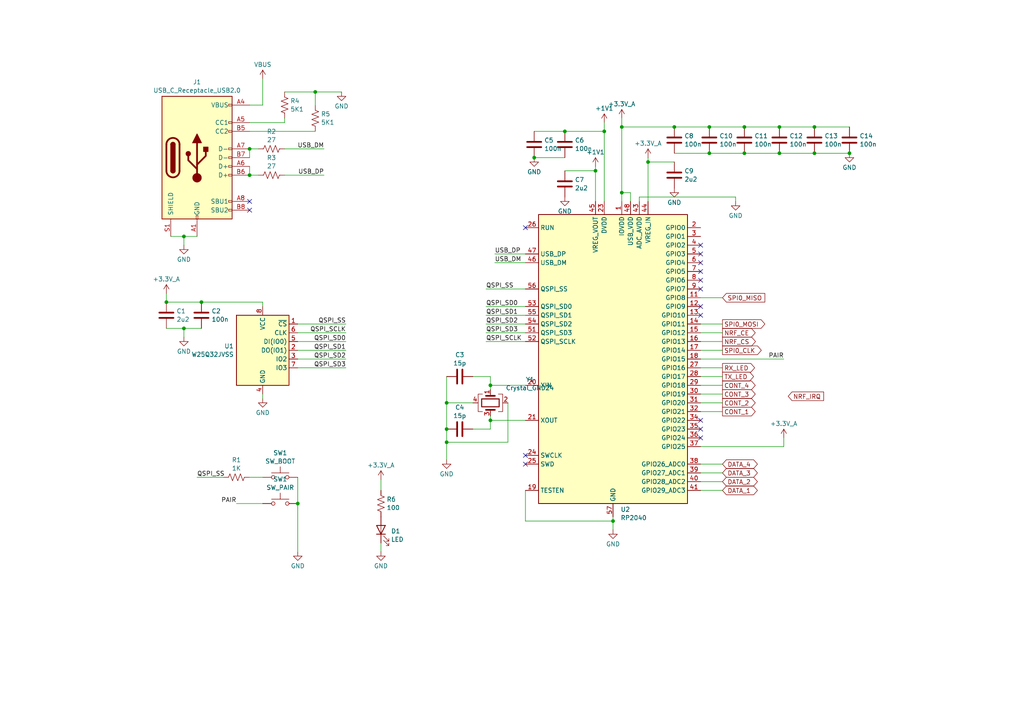
<source format=kicad_sch>
(kicad_sch (version 20230121) (generator eeschema)
  (paper "A4")
  (lib_symbols
    (symbol "Connector:USB_C_Receptacle_USB2.0" (pin_names (offset 1.016))
      (property "Reference" "J" (at -10.16 19.05 0))
      (property "Value" "USB_C_Receptacle_USB2.0" (at 19.05 19.05 0))
      (symbol "USB_C_Receptacle_USB2.0_0_0"
        (rectangle (start -0.254 -17.78) (end 0.254 -16.764))
        (rectangle (start 10.16 -14.986) (end 9.144 -15.494))
        (rectangle (start 10.16 -12.446) (end 9.144 -12.954))
        (rectangle (start 10.16 -4.826) (end 9.144 -5.334))
        (rectangle (start 10.16 -2.286) (end 9.144 -2.794))
        (rectangle (start 10.16 0.254) (end 9.144 -0.254))
        (rectangle (start 10.16 2.794) (end 9.144 2.286))
        (rectangle (start 10.16 7.874) (end 9.144 7.366))
        (rectangle (start 10.16 10.414) (end 9.144 9.906))
        (rectangle (start 10.16 15.494) (end 9.144 14.986))
      )
      (symbol "USB_C_Receptacle_USB2.0_0_1"
        (rectangle (start -10.16 17.78) (end 10.16 -17.78) (stroke (width 0.254)) (fill (type background)))
        (arc (start -8.89 -3.81) (mid -6.985 -5.7067) (end -5.08 -3.81) (stroke (width 0.508)))
        (arc (start -7.62 -3.81) (mid -6.985 -4.4423) (end -6.35 -3.81) (stroke (width 0.254)))
        (arc (start -7.62 -3.81) (mid -6.985 -4.4423) (end -6.35 -3.81) (stroke (width 0.254)) (fill (type outline)))
        (rectangle (start -7.62 -3.81) (end -6.35 3.81) (stroke (width 0.254)) (fill (type outline)))
        (arc (start -6.35 3.81) (mid -6.985 4.4423) (end -7.62 3.81) (stroke (width 0.254)))
        (arc (start -6.35 3.81) (mid -6.985 4.4423) (end -7.62 3.81) (stroke (width 0.254)) (fill (type outline)))
        (arc (start -5.08 3.81) (mid -6.985 5.7067) (end -8.89 3.81) (stroke (width 0.508)))
        (circle (center -2.54 1.143) (radius 0.635) (stroke (width 0.254)) (fill (type outline)))
        (circle (center 0 -5.842) (radius 1.27) (fill (type outline)))
        (polyline (pts (xy -8.89 -3.81) (xy -8.89 3.81)) (stroke (width 0.508)))
        (polyline (pts (xy -5.08 3.81) (xy -5.08 -3.81)) (stroke (width 0.508)))
        (polyline (pts (xy 0 -5.842) (xy 0 4.318)) (stroke (width 0.508)))
        (polyline (pts (xy 0 -3.302) (xy -2.54 -0.762) (xy -2.54 0.508)) (stroke (width 0.508)))
        (polyline (pts (xy 0 -2.032) (xy 2.54 0.508) (xy 2.54 1.778)) (stroke (width 0.508)))
        (polyline (pts (xy -1.27 4.318) (xy 0 6.858) (xy 1.27 4.318) (xy -1.27 4.318)) (stroke (width 0.254)) (fill (type outline)))
        (rectangle (start 1.905 1.778) (end 3.175 3.048) (stroke (width 0.254)) (fill (type outline)))
      )
      (symbol "USB_C_Receptacle_USB2.0_1_1"
        (pin passive line (at 0 -22.86 90) (length 5.08) (name "GND") (number "A1"))
        (pin passive line (at 0 -22.86 90) (length 5.08) hide (name "GND") (number "A12"))
        (pin passive line (at 15.24 15.24 180) (length 5.08) (name "VBUS") (number "A4"))
        (pin bidirectional line (at 15.24 10.16 180) (length 5.08) (name "CC1") (number "A5"))
        (pin bidirectional line (at 15.24 -2.54 180) (length 5.08) (name "D+") (number "A6"))
        (pin bidirectional line (at 15.24 2.54 180) (length 5.08) (name "D-") (number "A7"))
        (pin bidirectional line (at 15.24 -12.7 180) (length 5.08) (name "SBU1") (number "A8"))
        (pin passive line (at 15.24 15.24 180) (length 5.08) hide (name "VBUS") (number "A9"))
        (pin passive line (at 0 -22.86 90) (length 5.08) hide (name "GND") (number "B1"))
        (pin passive line (at 0 -22.86 90) (length 5.08) hide (name "GND") (number "B12"))
        (pin passive line (at 15.24 15.24 180) (length 5.08) hide (name "VBUS") (number "B4"))
        (pin bidirectional line (at 15.24 7.62 180) (length 5.08) (name "CC2") (number "B5"))
        (pin bidirectional line (at 15.24 -5.08 180) (length 5.08) (name "D+") (number "B6"))
        (pin bidirectional line (at 15.24 0 180) (length 5.08) (name "D-") (number "B7"))
        (pin bidirectional line (at 15.24 -15.24 180) (length 5.08) (name "SBU2") (number "B8"))
        (pin passive line (at 15.24 15.24 180) (length 5.08) hide (name "VBUS") (number "B9"))
        (pin passive line (at -7.62 -22.86 90) (length 5.08) (name "SHIELD") (number "S1"))
      )
    )
    (symbol "Device:C" (pin_numbers hide) (pin_names (offset 0.254))
      (property "Reference" "C" (at 0.635 2.54 0))
      (property "Value" "C" (at 0.635 -2.54 0))
      (symbol "C_0_1"
        (polyline (pts (xy -2.032 -0.762) (xy 2.032 -0.762)) (stroke (width 0.508)))
        (polyline (pts (xy -2.032 0.762) (xy 2.032 0.762)) (stroke (width 0.508)))
      )
      (symbol "C_1_1"
        (pin passive line (at 0 3.81 270) (length 2.794) (name "~") (number "1"))
        (pin passive line (at 0 -3.81 90) (length 2.794) (name "~") (number "2"))
      )
    )
    (symbol "Device:Crystal_GND24" (pin_names (offset 1.016) hide)
      (property "Reference" "Y" (at 3.175 5.08 0))
      (property "Value" "Crystal_GND24" (at 3.175 3.175 0))
      (symbol "Crystal_GND24_0_1"
        (rectangle (start -1.143 2.54) (end 1.143 -2.54) (stroke (width 0.3048)))
        (polyline (pts (xy -2.54 0) (xy -2.032 0)))
        (polyline (pts (xy -2.032 -1.27) (xy -2.032 1.27)) (stroke (width 0.508)))
        (polyline (pts (xy 0 -3.81) (xy 0 -3.556)))
        (polyline (pts (xy 0 3.556) (xy 0 3.81)))
        (polyline (pts (xy 2.032 -1.27) (xy 2.032 1.27)) (stroke (width 0.508)))
        (polyline (pts (xy 2.032 0) (xy 2.54 0)))
        (polyline (pts (xy -2.54 -2.286) (xy -2.54 -3.556) (xy 2.54 -3.556) (xy 2.54 -2.286)))
        (polyline (pts (xy -2.54 2.286) (xy -2.54 3.556) (xy 2.54 3.556) (xy 2.54 2.286)))
      )
      (symbol "Crystal_GND24_1_1"
        (pin passive line (at -3.81 0 0) (length 1.27) (name "1") (number "1"))
        (pin passive line (at 0 5.08 270) (length 1.27) (name "2") (number "2"))
        (pin passive line (at 3.81 0 180) (length 1.27) (name "3") (number "3"))
        (pin passive line (at 0 -5.08 90) (length 1.27) (name "4") (number "4"))
      )
    )
    (symbol "Device:LED" (pin_numbers hide) (pin_names (offset 1.016) hide)
      (property "Reference" "D" (at 0 2.54 0))
      (property "Value" "LED" (at 0 -2.54 0))
      (symbol "LED_0_1"
        (polyline (pts (xy -1.27 -1.27) (xy -1.27 1.27)) (stroke (width 0.254)))
        (polyline (pts (xy -1.27 0) (xy 1.27 0)))
        (polyline (pts (xy 1.27 -1.27) (xy 1.27 1.27) (xy -1.27 0) (xy 1.27 -1.27)) (stroke (width 0.254)))
        (polyline (pts (xy -3.048 -0.762) (xy -4.572 -2.286) (xy -3.81 -2.286) (xy -4.572 -2.286) (xy -4.572 -1.524)))
        (polyline (pts (xy -1.778 -0.762) (xy -3.302 -2.286) (xy -2.54 -2.286) (xy -3.302 -2.286) (xy -3.302 -1.524)))
      )
      (symbol "LED_1_1"
        (pin passive line (at -3.81 0 0) (length 2.54) (name "K") (number "1"))
        (pin passive line (at 3.81 0 180) (length 2.54) (name "A") (number "2"))
      )
    )
    (symbol "Device:R_US" (pin_numbers hide) (pin_names (offset 0))
      (property "Reference" "R" (at 2.54 0 90))
      (property "Value" "R_US" (at -2.54 0 90))
      (symbol "R_US_0_1"
        (polyline (pts (xy 0 -2.286) (xy 0 -2.54)))
        (polyline (pts (xy 0 2.286) (xy 0 2.54)))
        (polyline (pts (xy 0 -0.762) (xy 1.016 -1.143) (xy 0 -1.524) (xy -1.016 -1.905) (xy 0 -2.286)))
        (polyline (pts (xy 0 0.762) (xy 1.016 0.381) (xy 0 0) (xy -1.016 -0.381) (xy 0 -0.762)))
        (polyline (pts (xy 0 2.286) (xy 1.016 1.905) (xy 0 1.524) (xy -1.016 1.143) (xy 0 0.762)))
      )
      (symbol "R_US_1_1"
        (pin passive line (at 0 3.81 270) (length 1.27) (name "~") (number "1"))
        (pin passive line (at 0 -3.81 90) (length 1.27) (name "~") (number "2"))
      )
    )
    (symbol "MCU_RaspberryPi:RP2040"
      (property "Reference" "U" (at 17.78 45.72 0))
      (property "Value" "RP2040" (at 17.78 43.18 0))
      (symbol "RP2040_0_1"
        (rectangle (start -21.59 41.91) (end 21.59 -41.91) (stroke (width 0.254)) (fill (type background)))
      )
      (symbol "RP2040_1_1"
        (pin power_in line (at 2.54 45.72 270) (length 3.81) (name "IOVDD") (number "1"))
        (pin passive line (at 2.54 45.72 270) (length 3.81) hide (name "IOVDD") (number "10"))
        (pin bidirectional line (at 25.4 17.78 180) (length 3.81) (name "GPIO8") (number "11"))
        (pin bidirectional line (at 25.4 15.24 180) (length 3.81) (name "GPIO9") (number "12"))
        (pin bidirectional line (at 25.4 12.7 180) (length 3.81) (name "GPIO10") (number "13"))
        (pin bidirectional line (at 25.4 10.16 180) (length 3.81) (name "GPIO11") (number "14"))
        (pin bidirectional line (at 25.4 7.62 180) (length 3.81) (name "GPIO12") (number "15"))
        (pin bidirectional line (at 25.4 5.08 180) (length 3.81) (name "GPIO13") (number "16"))
        (pin bidirectional line (at 25.4 2.54 180) (length 3.81) (name "GPIO14") (number "17"))
        (pin bidirectional line (at 25.4 0 180) (length 3.81) (name "GPIO15") (number "18"))
        (pin input line (at -25.4 -38.1 0) (length 3.81) (name "TESTEN") (number "19"))
        (pin bidirectional line (at 25.4 38.1 180) (length 3.81) (name "GPIO0") (number "2"))
        (pin input line (at -25.4 -7.62 0) (length 3.81) (name "XIN") (number "20"))
        (pin passive line (at -25.4 -17.78 0) (length 3.81) (name "XOUT") (number "21"))
        (pin passive line (at 2.54 45.72 270) (length 3.81) hide (name "IOVDD") (number "22"))
        (pin power_in line (at -2.54 45.72 270) (length 3.81) (name "DVDD") (number "23"))
        (pin input line (at -25.4 -27.94 0) (length 3.81) (name "SWCLK") (number "24"))
        (pin bidirectional line (at -25.4 -30.48 0) (length 3.81) (name "SWD") (number "25"))
        (pin input line (at -25.4 38.1 0) (length 3.81) (name "RUN") (number "26"))
        (pin bidirectional line (at 25.4 -2.54 180) (length 3.81) (name "GPIO16") (number "27"))
        (pin bidirectional line (at 25.4 -5.08 180) (length 3.81) (name "GPIO17") (number "28"))
        (pin bidirectional line (at 25.4 -7.62 180) (length 3.81) (name "GPIO18") (number "29"))
        (pin bidirectional line (at 25.4 35.56 180) (length 3.81) (name "GPIO1") (number "3"))
        (pin bidirectional line (at 25.4 -10.16 180) (length 3.81) (name "GPIO19") (number "30"))
        (pin bidirectional line (at 25.4 -12.7 180) (length 3.81) (name "GPIO20") (number "31"))
        (pin bidirectional line (at 25.4 -15.24 180) (length 3.81) (name "GPIO21") (number "32"))
        (pin passive line (at 2.54 45.72 270) (length 3.81) hide (name "IOVDD") (number "33"))
        (pin bidirectional line (at 25.4 -17.78 180) (length 3.81) (name "GPIO22") (number "34"))
        (pin bidirectional line (at 25.4 -20.32 180) (length 3.81) (name "GPIO23") (number "35"))
        (pin bidirectional line (at 25.4 -22.86 180) (length 3.81) (name "GPIO24") (number "36"))
        (pin bidirectional line (at 25.4 -25.4 180) (length 3.81) (name "GPIO25") (number "37"))
        (pin bidirectional line (at 25.4 -30.48 180) (length 3.81) (name "GPIO26_ADC0") (number "38"))
        (pin bidirectional line (at 25.4 -33.02 180) (length 3.81) (name "GPIO27_ADC1") (number "39"))
        (pin bidirectional line (at 25.4 33.02 180) (length 3.81) (name "GPIO2") (number "4"))
        (pin bidirectional line (at 25.4 -35.56 180) (length 3.81) (name "GPIO28_ADC2") (number "40"))
        (pin bidirectional line (at 25.4 -38.1 180) (length 3.81) (name "GPIO29_ADC3") (number "41"))
        (pin passive line (at 2.54 45.72 270) (length 3.81) hide (name "IOVDD") (number "42"))
        (pin power_in line (at 7.62 45.72 270) (length 3.81) (name "ADC_AVDD") (number "43"))
        (pin power_in line (at 10.16 45.72 270) (length 3.81) (name "VREG_IN") (number "44"))
        (pin power_out line (at -5.08 45.72 270) (length 3.81) (name "VREG_VOUT") (number "45"))
        (pin bidirectional line (at -25.4 27.94 0) (length 3.81) (name "USB_DM") (number "46"))
        (pin bidirectional line (at -25.4 30.48 0) (length 3.81) (name "USB_DP") (number "47"))
        (pin power_in line (at 5.08 45.72 270) (length 3.81) (name "USB_VDD") (number "48"))
        (pin passive line (at 2.54 45.72 270) (length 3.81) hide (name "IOVDD") (number "49"))
        (pin bidirectional line (at 25.4 30.48 180) (length 3.81) (name "GPIO3") (number "5"))
        (pin passive line (at -2.54 45.72 270) (length 3.81) hide (name "DVDD") (number "50"))
        (pin bidirectional line (at -25.4 7.62 0) (length 3.81) (name "QSPI_SD3") (number "51"))
        (pin output line (at -25.4 5.08 0) (length 3.81) (name "QSPI_SCLK") (number "52"))
        (pin bidirectional line (at -25.4 15.24 0) (length 3.81) (name "QSPI_SD0") (number "53"))
        (pin bidirectional line (at -25.4 10.16 0) (length 3.81) (name "QSPI_SD2") (number "54"))
        (pin bidirectional line (at -25.4 12.7 0) (length 3.81) (name "QSPI_SD1") (number "55"))
        (pin bidirectional line (at -25.4 20.32 0) (length 3.81) (name "QSPI_SS") (number "56"))
        (pin power_in line (at 0 -45.72 90) (length 3.81) (name "GND") (number "57"))
        (pin bidirectional line (at 25.4 27.94 180) (length 3.81) (name "GPIO4") (number "6"))
        (pin bidirectional line (at 25.4 25.4 180) (length 3.81) (name "GPIO5") (number "7"))
        (pin bidirectional line (at 25.4 22.86 180) (length 3.81) (name "GPIO6") (number "8"))
        (pin bidirectional line (at 25.4 20.32 180) (length 3.81) (name "GPIO7") (number "9"))
      )
    )
    (symbol "Memory_Flash:W25Q32JVSS"
      (property "Reference" "U" (at -6.35 11.43 0))
      (property "Value" "W25Q32JVSS" (at 7.62 11.43 0))
      (symbol "W25Q32JVSS_0_1"
        (rectangle (start -7.62 10.16) (end 7.62 -10.16) (stroke (width 0.254)) (fill (type background)))
      )
      (symbol "W25Q32JVSS_1_1"
        (pin input line (at -10.16 7.62 0) (length 2.54) (name "~{CS}") (number "1"))
        (pin bidirectional line (at -10.16 0 0) (length 2.54) (name "DO(IO1)") (number "2"))
        (pin bidirectional line (at -10.16 -2.54 0) (length 2.54) (name "IO2") (number "3"))
        (pin power_in line (at 0 -12.7 90) (length 2.54) (name "GND") (number "4"))
        (pin bidirectional line (at -10.16 2.54 0) (length 2.54) (name "DI(IO0)") (number "5"))
        (pin input line (at -10.16 5.08 0) (length 2.54) (name "CLK") (number "6"))
        (pin bidirectional line (at -10.16 -5.08 0) (length 2.54) (name "IO3") (number "7"))
        (pin power_in line (at 0 12.7 270) (length 2.54) (name "VCC") (number "8"))
      )
    )
    (symbol "SparkFun-PowerSymbol:+3.3V_A" (power) (pin_names (offset 0))
      (property "Value" "+3.3V_A" (at 0 3.556 0))
      (symbol "+3.3V_A_0_1"
        (polyline (pts (xy -0.762 1.27) (xy 0 2.54)))
        (polyline (pts (xy 0 0) (xy 0 2.54)))
        (polyline (pts (xy 0 2.54) (xy 0.762 1.27)))
      )
      (symbol "+3.3V_A_1_1"
        (pin power_in line (at 0 0 90) (length 0) hide (name "+3.3V_A") (number "1"))
      )
    )
    (symbol "Switch:SW_Push" (pin_numbers hide) (pin_names (offset 1.016) hide)
      (property "Reference" "SW" (at 1.27 2.54 0))
      (property "Value" "SW_Push" (at 0 -1.524 0))
      (symbol "SW_Push_0_1"
        (circle (center -2.032 0) (radius 0.508))
        (polyline (pts (xy 0 1.27) (xy 0 3.048)))
        (polyline (pts (xy 2.54 1.27) (xy -2.54 1.27)))
        (circle (center 2.032 0) (radius 0.508))
        (pin passive line (at -5.08 0 0) (length 2.54) (name "1") (number "1"))
        (pin passive line (at 5.08 0 180) (length 2.54) (name "2") (number "2"))
      )
    )
    (symbol "power:+1V1" (power) (pin_names (offset 0))
      (property "Value" "+1V1" (at 0 3.556 0))
      (symbol "+1V1_0_1"
        (polyline (pts (xy -0.762 1.27) (xy 0 2.54)))
        (polyline (pts (xy 0 0) (xy 0 2.54)))
        (polyline (pts (xy 0 2.54) (xy 0.762 1.27)))
      )
      (symbol "+1V1_1_1"
        (pin power_in line (at 0 0 90) (length 0) hide (name "+1V1") (number "1"))
      )
    )
    (symbol "power:GND" (power) (pin_names (offset 0))
      (property "Value" "GND" (at 0 -3.81 0))
      (symbol "GND_0_1"
        (polyline (pts (xy 0 0) (xy 0 -1.27) (xy 1.27 -1.27) (xy 0 -2.54) (xy -1.27 -1.27) (xy 0 -1.27)))
      )
      (symbol "GND_1_1"
        (pin power_in line (at 0 0 270) (length 0) hide (name "GND") (number "1"))
      )
    )
    (symbol "power:VBUS" (power) (pin_names (offset 0))
      (property "Value" "VBUS" (at 0 3.81 0))
      (symbol "VBUS_0_1"
        (polyline (pts (xy -0.762 1.27) (xy 0 2.54)))
        (polyline (pts (xy 0 0) (xy 0 2.54)))
        (polyline (pts (xy 0 2.54) (xy 0.762 1.27)))
      )
      (symbol "VBUS_1_1"
        (pin power_in line (at 0 0 90) (length 0) hide (name "VBUS") (number "1"))
      )
    )
  )
  (junction (at 48.26 87.63))
  (junction (at 177.8 151.13))
  (junction (at 215.9 36.83))
  (junction (at 226.06 44.45))
  (junction (at 175.26 38.1))
  (junction (at 142.24 121.92))
  (junction (at 129.54 128.27))
  (junction (at 226.06 36.83))
  (junction (at 205.74 44.45))
  (junction (at 86.36 146.05))
  (junction (at 163.83 38.1))
  (junction (at 205.74 36.83))
  (junction (at 58.42 87.63))
  (junction (at 172.72 49.53))
  (junction (at 236.22 36.83))
  (junction (at 180.34 55.88))
  (junction (at 129.54 116.84))
  (junction (at 154.94 45.72))
  (junction (at 91.44 26.67))
  (junction (at 129.54 124.46))
  (junction (at 187.96 46.99))
  (junction (at 142.24 111.76))
  (junction (at 72.39 50.8))
  (junction (at 72.39 43.18))
  (junction (at 53.34 95.25))
  (junction (at 246.38 44.45))
  (junction (at 215.9 44.45))
  (junction (at 53.34 68.58))
  (junction (at 180.34 36.83))
  (junction (at 236.22 44.45))
  (junction (at 195.58 36.83))
  (no_connect (at 203.2 121.92))
  (no_connect (at 152.4 132.08))
  (no_connect (at 152.4 134.62))
  (no_connect (at 203.2 127))
  (no_connect (at 203.2 71.12))
  (no_connect (at 203.2 83.82))
  (no_connect (at 203.2 81.28))
  (no_connect (at 203.2 73.66))
  (no_connect (at 72.39 58.42))
  (no_connect (at 203.2 91.44))
  (no_connect (at 203.2 124.46))
  (no_connect (at 203.2 78.74))
  (no_connect (at 152.4 66.04))
  (no_connect (at 203.2 88.9))
  (no_connect (at 72.39 60.96))
  (no_connect (at 203.2 76.2))
  (wire (pts (xy 129.54 109.22) (xy 129.54 116.84)))
  (wire (pts (xy 203.2 109.22) (xy 209.55 109.22)))
  (wire (pts (xy 82.55 35.56) (xy 82.55 34.29)))
  (wire (pts (xy 142.24 109.22) (xy 142.24 111.76)))
  (wire (pts (xy 203.2 134.62) (xy 209.55 134.62)))
  (wire (pts (xy 53.34 68.58) (xy 57.15 68.58)))
  (wire (pts (xy 203.2 99.06) (xy 209.55 99.06)))
  (wire (pts (xy 226.06 36.83) (xy 236.22 36.83)))
  (wire (pts (xy 140.97 96.52) (xy 152.4 96.52)))
  (wire (pts (xy 82.55 43.18) (xy 93.98 43.18)))
  (wire (pts (xy 154.94 38.1) (xy 163.83 38.1)))
  (wire (pts (xy 72.39 50.8) (xy 74.93 50.8)))
  (wire (pts (xy 203.2 86.36) (xy 209.55 86.36)))
  (wire (pts (xy 142.24 124.46) (xy 142.24 121.92)))
  (wire (pts (xy 68.58 146.05) (xy 76.2 146.05)))
  (wire (pts (xy 49.53 68.58) (xy 53.34 68.58)))
  (wire (pts (xy 147.32 128.27) (xy 129.54 128.27)))
  (wire (pts (xy 76.2 114.3) (xy 76.2 115.57)))
  (wire (pts (xy 110.49 157.48) (xy 110.49 160.02)))
  (wire (pts (xy 185.42 58.42) (xy 185.42 57.15)))
  (wire (pts (xy 82.55 26.67) (xy 91.44 26.67)))
  (wire (pts (xy 53.34 95.25) (xy 53.34 97.79)))
  (wire (pts (xy 152.4 111.76) (xy 142.24 111.76)))
  (wire (pts (xy 72.39 138.43) (xy 76.2 138.43)))
  (wire (pts (xy 140.97 91.44) (xy 152.4 91.44)))
  (wire (pts (xy 154.94 45.72) (xy 163.83 45.72)))
  (wire (pts (xy 86.36 101.6) (xy 100.33 101.6)))
  (wire (pts (xy 163.83 38.1) (xy 175.26 38.1)))
  (wire (pts (xy 129.54 124.46) (xy 129.54 128.27)))
  (wire (pts (xy 203.2 114.3) (xy 209.55 114.3)))
  (wire (pts (xy 110.49 139.065) (xy 110.49 142.24)))
  (wire (pts (xy 203.2 96.52) (xy 209.55 96.52)))
  (wire (pts (xy 152.4 151.13) (xy 177.8 151.13)))
  (wire (pts (xy 72.39 38.1) (xy 91.44 38.1)))
  (wire (pts (xy 175.26 38.1) (xy 175.26 58.42)))
  (wire (pts (xy 182.88 58.42) (xy 182.88 55.88)))
  (wire (pts (xy 137.16 124.46) (xy 142.24 124.46)))
  (wire (pts (xy 140.97 83.82) (xy 152.4 83.82)))
  (wire (pts (xy 236.22 44.45) (xy 246.38 44.45)))
  (wire (pts (xy 53.34 95.25) (xy 58.42 95.25)))
  (wire (pts (xy 86.36 138.43) (xy 86.36 146.05)))
  (wire (pts (xy 147.32 116.84) (xy 147.32 128.27)))
  (wire (pts (xy 203.2 93.98) (xy 209.55 93.98)))
  (wire (pts (xy 86.36 96.52) (xy 100.33 96.52)))
  (wire (pts (xy 205.74 36.83) (xy 215.9 36.83)))
  (wire (pts (xy 53.34 68.58) (xy 53.34 71.12)))
  (wire (pts (xy 86.36 104.14) (xy 100.33 104.14)))
  (wire (pts (xy 142.24 120.65) (xy 142.24 121.92)))
  (wire (pts (xy 142.24 121.92) (xy 152.4 121.92)))
  (wire (pts (xy 203.2 137.16) (xy 209.55 137.16)))
  (wire (pts (xy 72.39 35.56) (xy 82.55 35.56)))
  (wire (pts (xy 180.34 36.83) (xy 195.58 36.83)))
  (wire (pts (xy 72.39 48.26) (xy 72.39 50.8)))
  (wire (pts (xy 203.2 106.68) (xy 209.55 106.68)))
  (wire (pts (xy 48.26 85.09) (xy 48.26 87.63)))
  (wire (pts (xy 203.2 104.14) (xy 227.33 104.14)))
  (wire (pts (xy 203.2 119.38) (xy 209.55 119.38)))
  (wire (pts (xy 177.8 149.86) (xy 177.8 151.13)))
  (wire (pts (xy 48.26 87.63) (xy 58.42 87.63)))
  (wire (pts (xy 172.72 49.53) (xy 163.83 49.53)))
  (wire (pts (xy 58.42 87.63) (xy 76.2 87.63)))
  (wire (pts (xy 143.51 73.66) (xy 152.4 73.66)))
  (wire (pts (xy 215.9 36.83) (xy 226.06 36.83)))
  (wire (pts (xy 152.4 142.24) (xy 152.4 151.13)))
  (wire (pts (xy 91.44 26.67) (xy 91.44 30.48)))
  (wire (pts (xy 82.55 50.8) (xy 93.98 50.8)))
  (wire (pts (xy 185.42 57.15) (xy 213.36 57.15)))
  (wire (pts (xy 180.34 55.88) (xy 182.88 55.88)))
  (wire (pts (xy 203.2 111.76) (xy 209.55 111.76)))
  (wire (pts (xy 86.36 146.05) (xy 86.36 160.02)))
  (wire (pts (xy 129.54 128.27) (xy 129.54 133.35)))
  (wire (pts (xy 213.36 57.15) (xy 213.36 58.42)))
  (wire (pts (xy 57.15 138.43) (xy 64.77 138.43)))
  (wire (pts (xy 72.39 43.18) (xy 74.93 43.18)))
  (wire (pts (xy 195.58 36.83) (xy 205.74 36.83)))
  (wire (pts (xy 203.2 129.54) (xy 227.33 129.54)))
  (wire (pts (xy 140.97 88.9) (xy 152.4 88.9)))
  (wire (pts (xy 76.2 22.86) (xy 76.2 30.48)))
  (wire (pts (xy 215.9 44.45) (xy 226.06 44.45)))
  (wire (pts (xy 86.36 99.06) (xy 100.33 99.06)))
  (wire (pts (xy 226.06 44.45) (xy 236.22 44.45)))
  (wire (pts (xy 175.26 35.56) (xy 175.26 38.1)))
  (wire (pts (xy 72.39 30.48) (xy 76.2 30.48)))
  (wire (pts (xy 205.74 44.45) (xy 215.9 44.45)))
  (wire (pts (xy 203.2 101.6) (xy 209.55 101.6)))
  (wire (pts (xy 143.51 76.2) (xy 152.4 76.2)))
  (wire (pts (xy 72.39 43.18) (xy 72.39 45.72)))
  (wire (pts (xy 129.54 116.84) (xy 137.16 116.84)))
  (wire (pts (xy 129.54 116.84) (xy 129.54 124.46)))
  (wire (pts (xy 236.22 36.83) (xy 246.38 36.83)))
  (wire (pts (xy 180.34 58.42) (xy 180.34 55.88)))
  (wire (pts (xy 172.72 48.26) (xy 172.72 49.53)))
  (wire (pts (xy 187.96 58.42) (xy 187.96 46.99)))
  (wire (pts (xy 180.34 55.88) (xy 180.34 36.83)))
  (wire (pts (xy 195.58 44.45) (xy 205.74 44.45)))
  (wire (pts (xy 177.8 151.13) (xy 177.8 153.67)))
  (wire (pts (xy 227.33 129.54) (xy 227.33 127)))
  (wire (pts (xy 140.97 99.06) (xy 152.4 99.06)))
  (wire (pts (xy 180.34 34.29) (xy 180.34 36.83)))
  (wire (pts (xy 86.36 106.68) (xy 100.33 106.68)))
  (wire (pts (xy 140.97 93.98) (xy 152.4 93.98)))
  (wire (pts (xy 203.2 116.84) (xy 209.55 116.84)))
  (wire (pts (xy 203.2 139.7) (xy 209.55 139.7)))
  (wire (pts (xy 142.24 111.76) (xy 142.24 113.03)))
  (wire (pts (xy 172.72 58.42) (xy 172.72 49.53)))
  (wire (pts (xy 48.26 95.25) (xy 53.34 95.25)))
  (wire (pts (xy 76.2 87.63) (xy 76.2 88.9)))
  (wire (pts (xy 187.96 46.99) (xy 195.58 46.99)))
  (wire (pts (xy 137.16 109.22) (xy 142.24 109.22)))
  (wire (pts (xy 187.96 45.72) (xy 187.96 46.99)))
  (wire (pts (xy 91.44 26.67) (xy 99.06 26.67)))
  (wire (pts (xy 203.2 142.24) (xy 209.55 142.24)))
  (wire (pts (xy 86.36 93.98) (xy 100.33 93.98)))
  (label "PAIR" (at 227.33 104.14 180))
  (label "QSPI_SCLK" (at 140.97 99.06 0))
  (label "QSPI_SS" (at 100.33 93.98 180))
  (label "QSPI_SD1" (at 100.33 101.6 180))
  (label "QSPI_SD2" (at 140.97 93.98 0))
  (label "USB_DP" (at 143.51 73.66 0))
  (label "QSPI_SS" (at 140.97 83.82 0))
  (label "QSPI_SS" (at 57.15 138.43 0))
  (label "QSPI_SD0" (at 100.33 99.06 180))
  (label "QSPI_SCLK" (at 100.33 96.52 180))
  (label "USB_DM" (at 143.51 76.2 0))
  (label "PAIR" (at 68.58 146.05 180))
  (label "QSPI_SD0" (at 140.97 88.9 0))
  (label "QSPI_SD3" (at 140.97 96.52 0))
  (label "USB_DP" (at 93.98 50.8 180))
  (label "USB_DM" (at 93.98 43.18 180))
  (label "QSPI_SD1" (at 140.97 91.44 0))
  (label "QSPI_SD3" (at 100.33 106.68 180))
  (label "QSPI_SD2" (at 100.33 104.14 180))
  (global_label "NRF_IRQ" (shape input) (at 228.6 114.935 0) (property "Intersheetrefs" "${INTERSHEET_REFS}" (effects hide)))
  (global_label "CONT_4" (shape output) (at 209.55 111.76 0) (property "Intersheetrefs" "${INTERSHEET_REFS}" (effects hide)))
  (global_label "RX_LED" (shape output) (at 209.55 106.68 0) (property "Intersheetrefs" "${INTERSHEET_REFS}" (effects hide)))
  (global_label "CONT_2" (shape output) (at 209.55 116.84 0) (property "Intersheetrefs" "${INTERSHEET_REFS}" (effects hide)))
  (global_label "DATA_1" (shape bidirectional) (at 209.55 142.24 0) (property "Intersheetrefs" "${INTERSHEET_REFS}" (effects hide)))
  (global_label "DATA_2" (shape bidirectional) (at 209.55 139.7 0) (property "Intersheetrefs" "${INTERSHEET_REFS}" (effects hide)))
  (global_label "DATA_4" (shape bidirectional) (at 209.55 134.62 0) (property "Intersheetrefs" "${INTERSHEET_REFS}" (effects hide)))
  (global_label "CONT_3" (shape output) (at 209.55 114.3 0) (property "Intersheetrefs" "${INTERSHEET_REFS}" (effects hide)))
  (global_label "CONT_1" (shape output) (at 209.55 119.38 0) (property "Intersheetrefs" "${INTERSHEET_REFS}" (effects hide)))
  (global_label "NRF_CE" (shape output) (at 209.55 96.52 0) (property "Intersheetrefs" "${INTERSHEET_REFS}" (effects hide)))
  (global_label "SPI0_MISO" (shape input) (at 209.55 86.36 0) (property "Intersheetrefs" "${INTERSHEET_REFS}" (effects hide)))
  (global_label "DATA_3" (shape bidirectional) (at 209.55 137.16 0) (property "Intersheetrefs" "${INTERSHEET_REFS}" (effects hide)))
  (global_label "NRF_CS" (shape output) (at 209.55 99.06 0) (property "Intersheetrefs" "${INTERSHEET_REFS}" (effects hide)))
  (global_label "SPI0_CLK" (shape output) (at 209.55 101.6 0) (property "Intersheetrefs" "${INTERSHEET_REFS}" (effects hide)))
  (global_label "SPI0_MOSI" (shape output) (at 209.55 93.98 0) (property "Intersheetrefs" "${INTERSHEET_REFS}" (effects hide)))
  (global_label "TX_LED" (shape output) (at 209.55 109.22 0) (property "Intersheetrefs" "${INTERSHEET_REFS}" (effects hide)))
  (symbol (lib_id "Device:C") (at 215.9 40.64 0) (unit 1)
    (property "Reference" "C11" (at 218.821 39.4279 0) (effects (justify left)))
    (property "Value" "100n" (at 218.821 41.8521 0) (effects (justify left)))
    (property "Footprint" "Capacitor_SMD:C_0603_1608Metric" (effects hide))
    (instances (project "Console Interface" (path "" (reference "C11") (unit 1)) (path "" (reference "C11") (unit 1))) (project "Controller Interface" (path "" (reference "C14") (unit 1))))
  )
  (symbol (lib_id "Switch:SW_Push") (at 81.28 138.43 0) (unit 1)
    (property "Reference" "SW1" (at 81.28 131.3647 0))
    (property "Value" "SW_BOOT" (at 81.28 133.7889 0))
    (property "Footprint" "Button_Switch_SMD:SW_SPST_TL3342" (effects hide))
    (instances (project "Console Interface" (path "" (reference "SW1") (unit 1)) (path "" (reference "SW1") (unit 1))) (project "Controller Interface" (path "" (reference "SW4") (unit 1))))
  )
  (symbol (lib_id "power:GND") (at 177.8 153.67 0) (unit 1)
    (property "Reference" "#PWR014" (effects hide))
    (property "Value" "GND" (at 177.8 157.8031 0))
    (instances (project "Console Interface" (path "" (reference "#PWR014") (unit 1)) (path "" (reference "#PWR014") (unit 1))) (project "Controller Interface" (path "" (reference "#PWR030") (unit 1))))
  )
  (symbol (lib_id "Device:C") (at 226.06 40.64 0) (unit 1)
    (property "Reference" "C12" (at 228.981 39.4279 0) (effects (justify left)))
    (property "Value" "100n" (at 228.981 41.8521 0) (effects (justify left)))
    (property "Footprint" "Capacitor_SMD:C_0603_1608Metric" (effects hide))
    (instances (project "Console Interface" (path "" (reference "C12") (unit 1)) (path "" (reference "C12") (unit 1))) (project "Controller Interface" (path "" (reference "C17") (unit 1))))
  )
  (symbol (lib_id "Device:C") (at 163.83 41.91 0) (unit 1)
    (property "Reference" "C6" (at 166.751 40.6979 0) (effects (justify left)))
    (property "Value" "100n" (at 166.751 43.1221 0) (effects (justify left)))
    (property "Footprint" "Capacitor_SMD:C_0603_1608Metric" (effects hide))
    (instances (project "Console Interface" (path "" (reference "C6") (unit 1)) (path "" (reference "C6") (unit 1))) (project "Controller Interface" (path "" (reference "C16") (unit 1))))
  )
  (symbol (lib_id "power:GND") (at 213.36 58.42 0) (unit 1)
    (property "Reference" "#PWR018" (effects hide))
    (property "Value" "GND" (at 213.36 62.5531 0))
    (instances (project "Console Interface" (path "" (reference "#PWR018") (unit 1)) (path "" (reference "#PWR018") (unit 1))) (project "Controller Interface" (path "" (reference "#PWR032") (unit 1))))
  )
  (symbol (lib_id "Device:R_US") (at 91.44 34.29 180) (unit 1)
    (property "Reference" "R5" (at 93.091 33.0779 0) (effects (justify right)))
    (property "Value" "5K1" (at 93.091 35.5021 0) (effects (justify right)))
    (property "Footprint" "Resistor_SMD:R_0603_1608Metric" (effects hide))
    (instances (project "Console Interface" (path "" (reference "R5") (unit 1)) (path "" (reference "R5") (unit 1))) (project "Controller Interface" (path "" (reference "R9") (unit 1))))
  )
  (symbol (lib_id "SparkFun-PowerSymbol:+3.3V_A") (at 187.96 45.72 0) (unit 1)
    (property "Reference" "#PWR016" (effects hide))
    (property "Value" "+3.3V_A" (at 187.96 41.5869 0))
  )
  (symbol (lib_id "power:GND") (at 86.36 160.02 0) (unit 1)
    (property "Reference" "#PWR06" (effects hide))
    (property "Value" "GND" (at 86.36 164.1531 0))
    (instances (project "Console Interface" (path "" (reference "#PWR06") (unit 1)) (path "" (reference "#PWR06") (unit 1))) (project "Controller Interface" (path "" (reference "#PWR013") (unit 1)) (path "" (reference "#PWR031") (unit 1))))
  )
  (symbol (lib_id "power:GND") (at 76.2 115.57 0) (unit 1)
    (property "Reference" "#PWR05" (effects hide))
    (property "Value" "GND" (at 76.2 119.7031 0))
    (instances (project "Console Interface" (path "" (reference "#PWR05") (unit 1)) (path "" (reference "#PWR05") (unit 1))) (project "Controller Interface" (path "" (reference "#PWR026") (unit 1))))
  )
  (symbol (lib_id "MCU_RaspberryPi:RP2040") (at 177.8 104.14 0) (unit 1)
    (property "Reference" "U2" (at 179.9941 147.7701 0) (effects (justify left)))
    (property "Value" "RP2040" (at 179.9941 150.1943 0) (effects (justify left)))
    (property "Footprint" "Package_DFN_QFN:QFN-56-1EP_7x7mm_P0.4mm_EP3.2x3.2mm" (effects hide))
    (property "Datasheet" "https://datasheets.raspberrypi.com/rp2040/rp2040-datasheet.pdf" (effects hide))
  )
  (symbol (lib_id "Switch:SW_Push") (at 81.28 146.05 0) (unit 1)
    (property "Reference" "SW1" (at 81.28 138.9847 0))
    (property "Value" "SW_PAIR" (at 81.28 141.4089 0))
    (property "Footprint" "Button_Switch_SMD:Panasonic_EVQPUK_EVQPUB" (effects hide))
    (instances (project "Console Interface" (path "" (reference "SW1") (unit 1)) (path "" (reference "SW3") (unit 1))) (project "Controller Interface" (path "" (reference "SW4") (unit 1))))
  )
  (symbol (lib_id "power:GND") (at 246.38 44.45 0) (unit 1)
    (property "Reference" "#PWR019" (effects hide))
    (property "Value" "GND" (at 246.38 48.5831 0))
    (instances (project "Console Interface" (path "" (reference "#PWR019") (unit 1)) (path "" (reference "#PWR019") (unit 1))) (project "Controller Interface" (path "" (reference "#PWR049") (unit 1))))
  )
  (symbol (lib_id "Device:R_US") (at 78.74 50.8 90) (unit 1)
    (property "Reference" "R3" (at 78.74 45.7667 90))
    (property "Value" "27" (at 78.74 48.1909 90))
    (property "Footprint" "Resistor_SMD:R_0603_1608Metric" (effects hide))
    (instances (project "Console Interface" (path "" (reference "R3") (unit 1)) (path "" (reference "R3") (unit 1))) (project "Controller Interface" (path "" (reference "R7") (unit 1))))
  )
  (symbol (lib_id "power:GND") (at 195.58 54.61 0) (unit 1)
    (property "Reference" "#PWR017" (effects hide))
    (property "Value" "GND" (at 195.58 58.7431 0))
    (instances (project "Console Interface" (path "" (reference "#PWR017") (unit 1)) (path "" (reference "#PWR017") (unit 1))) (project "Controller Interface" (path "" (reference "#PWR044") (unit 1))))
  )
  (symbol (lib_id "Device:LED") (at 110.49 153.67 90) (unit 1)
    (property "Reference" "D1" (at 113.411 154.0454 90) (effects (justify right)))
    (property "Value" "LED" (at 113.411 156.4696 90) (effects (justify right)))
    (property "Footprint" "LED_SMD:LED_0603_1608Metric" (effects hide))
    (instances (project "Console Interface" (path "" (reference "D1") (unit 1)) (path "" (reference "D1") (unit 1))) (project "Controller Interface" (path "" (reference "D1") (unit 1)) (path "" (reference "D7") (unit 1))))
  )
  (symbol (lib_id "SparkFun-PowerSymbol:+3.3V_A") (at 48.26 85.09 0) (unit 1)
    (property "Reference" "#PWR049" (effects hide))
    (property "Value" "+3.3V_A" (at 48.26 80.9569 0))
  )
  (symbol (lib_id "power:+1V1") (at 172.72 48.26 0) (unit 1)
    (property "Reference" "#PWR012" (effects hide))
    (property "Value" "+1V1" (at 172.72 44.1269 0))
    (instances (project "Console Interface" (path "" (reference "#PWR012") (unit 1)) (path "" (reference "#PWR012") (unit 1))) (project "Controller Interface" (path "" (reference "#PWR054") (unit 1))))
  )
  (symbol (lib_id "Device:C") (at 195.58 40.64 0) (unit 1)
    (property "Reference" "C8" (at 198.501 39.4279 0) (effects (justify left)))
    (property "Value" "100n" (at 198.501 41.8521 0) (effects (justify left)))
    (property "Footprint" "Capacitor_SMD:C_0603_1608Metric" (effects hide))
    (instances (project "Console Interface" (path "" (reference "C8") (unit 1)) (path "" (reference "C8") (unit 1))) (project "Controller Interface" (path "" (reference "C12") (unit 1))))
  )
  (symbol (lib_id "power:GND") (at 99.06 26.67 0) (unit 1)
    (property "Reference" "#PWR07" (effects hide))
    (property "Value" "GND" (at 99.06 30.8031 0))
    (instances (project "Console Interface" (path "" (reference "#PWR07") (unit 1)) (path "" (reference "#PWR07") (unit 1))) (project "Controller Interface" (path "" (reference "#PWR024") (unit 1))))
  )
  (symbol (lib_id "power:+1V1") (at 175.26 35.56 0) (unit 1)
    (property "Reference" "#PWR013" (effects hide))
    (property "Value" "+1V1" (at 175.26 31.4269 0))
    (instances (project "Console Interface" (path "" (reference "#PWR013") (unit 1)) (path "" (reference "#PWR013") (unit 1))) (project "Controller Interface" (path "" (reference "#PWR055") (unit 1))))
  )
  (symbol (lib_id "Device:C") (at 163.83 53.34 0) (unit 1)
    (property "Reference" "C7" (at 166.751 52.1279 0) (effects (justify left)))
    (property "Value" "2u2" (at 166.751 54.5521 0) (effects (justify left)))
    (property "Footprint" "Capacitor_SMD:C_0603_1608Metric" (effects hide))
    (instances (project "Console Interface" (path "" (reference "C7") (unit 1)) (path "" (reference "C7") (unit 1))) (project "Controller Interface" (path "" (reference "C15") (unit 1))))
  )
  (symbol (lib_id "Device:C") (at 48.26 91.44 0) (unit 1)
    (property "Reference" "C1" (at 51.181 90.2279 0) (effects (justify left)))
    (property "Value" "2u2" (at 51.181 92.6521 0) (effects (justify left)))
    (property "Footprint" "Capacitor_SMD:C_0603_1608Metric" (effects hide))
    (instances (project "Console Interface" (path "" (reference "C1") (unit 1)) (path "" (reference "C1") (unit 1))) (project "Controller Interface" (path "" (reference "C2") (unit 1))))
  )
  (symbol (lib_id "Device:C") (at 133.35 109.22 270) (unit 1)
    (property "Reference" "C3" (at 133.35 102.9167 90))
    (property "Value" "15p" (at 133.35 105.3409 90))
    (property "Footprint" "Capacitor_SMD:C_0603_1608Metric" (effects hide))
  )
  (symbol (lib_id "Memory_Flash:W25Q32JVSS") (at 76.2 101.6 0) (mirror y) (unit 1)
    (property "Reference" "U1" (at 67.8181 100.3879 0) (effects (justify left)))
    (property "Value" "W25Q32JVSS" (at 67.8181 102.8121 0) (effects (justify left)))
    (property "Footprint" "Package_SO:SOIC-8_5.23x5.23mm_P1.27mm" (effects hide))
    (property "Datasheet" "http://www.winbond.com/resource-files/w25q32jv%20revg%2003272018%20plus.pdf" (effects hide))
  )
  (symbol (lib_id "Device:C") (at 195.58 50.8 0) (unit 1)
    (property "Reference" "C9" (at 198.501 49.5879 0) (effects (justify left)))
    (property "Value" "2u2" (at 198.501 52.0121 0) (effects (justify left)))
    (property "Footprint" "Capacitor_SMD:C_0603_1608Metric" (effects hide))
    (instances (project "Console Interface" (path "" (reference "C9") (unit 1)) (path "" (reference "C9") (unit 1))) (project "Controller Interface" (path "" (reference "C11") (unit 1))))
  )
  (symbol (lib_id "Device:C") (at 58.42 91.44 0) (unit 1)
    (property "Reference" "C2" (at 61.341 90.2279 0) (effects (justify left)))
    (property "Value" "100n" (at 61.341 92.6521 0) (effects (justify left)))
    (property "Footprint" "Capacitor_SMD:C_0603_1608Metric" (effects hide))
    (instances (project "Console Interface" (path "" (reference "C2") (unit 1)) (path "" (reference "C2") (unit 1))) (project "Controller Interface" (path "" (reference "C1") (unit 1))))
  )
  (symbol (lib_id "Connector:USB_C_Receptacle_USB2.0") (at 57.15 45.72 0) (unit 1)
    (property "Reference" "J1" (at 57.15 23.7957 0))
    (property "Value" "USB_C_Receptacle_USB2.0" (at 57.15 26.2199 0))
    (property "Footprint" "Connector_USB:USB_C_Receptacle_GCT_USB4105-xx-A_16P_TopMnt_Horizontal" (effects hide))
    (property "Datasheet" "https://www.usb.org/sites/default/files/documents/usb_type-c.zip" (effects hide))
  )
  (symbol (lib_id "power:GND") (at 163.83 57.15 0) (unit 1)
    (property "Reference" "#PWR011" (effects hide))
    (property "Value" "GND" (at 163.83 61.2831 0))
    (instances (project "Console Interface" (path "" (reference "#PWR011") (unit 1)) (path "" (reference "#PWR011") (unit 1))) (project "Controller Interface" (path "" (reference "#PWR033") (unit 1))))
  )
  (symbol (lib_id "power:GND") (at 129.54 133.35 0) (unit 1)
    (property "Reference" "#PWR09" (effects hide))
    (property "Value" "GND" (at 129.54 137.4831 0))
    (instances (project "Console Interface" (path "" (reference "#PWR09") (unit 1)) (path "" (reference "#PWR09") (unit 1))) (project "Controller Interface" (path "" (reference "#PWR029") (unit 1))))
  )
  (symbol (lib_id "power:GND") (at 154.94 45.72 0) (unit 1)
    (property "Reference" "#PWR010" (effects hide))
    (property "Value" "GND" (at 154.94 49.8531 0))
    (instances (project "Console Interface" (path "" (reference "#PWR010") (unit 1)) (path "" (reference "#PWR010") (unit 1))) (project "Controller Interface" (path "" (reference "#PWR050") (unit 1))))
  )
  (symbol (lib_id "SparkFun-PowerSymbol:+3.3V_A") (at 110.49 139.065 0) (unit 1)
    (property "Reference" "#PWR043" (effects hide))
    (property "Value" "+3.3V_A" (at 110.49 134.9319 0))
  )
  (symbol (lib_id "power:VBUS") (at 76.2 22.86 0) (unit 1)
    (property "Reference" "#PWR04" (effects hide))
    (property "Value" "VBUS" (at 76.2 18.7269 0))
    (instances (project "Console Interface" (path "" (reference "#PWR04") (unit 1)) (path "" (reference "#PWR04") (unit 1))) (project "Controller Interface" (path "" (reference "#PWR023") (unit 1))))
  )
  (symbol (lib_id "Device:R_US") (at 82.55 30.48 180) (unit 1)
    (property "Reference" "R4" (at 84.201 29.2679 0) (effects (justify right)))
    (property "Value" "5K1" (at 84.201 31.6921 0) (effects (justify right)))
    (property "Footprint" "Resistor_SMD:R_0603_1608Metric" (effects hide))
    (instances (project "Console Interface" (path "" (reference "R4") (unit 1)) (path "" (reference "R4") (unit 1))) (project "Controller Interface" (path "" (reference "R8") (unit 1))))
  )
  (symbol (lib_id "Device:C") (at 246.38 40.64 0) (unit 1)
    (property "Reference" "C14" (at 249.301 39.4279 0) (effects (justify left)))
    (property "Value" "100n" (at 249.301 41.8521 0) (effects (justify left)))
    (property "Footprint" "Capacitor_SMD:C_0603_1608Metric" (effects hide))
    (instances (project "Console Interface" (path "" (reference "C14") (unit 1)) (path "" (reference "C14") (unit 1))) (project "Controller Interface" (path "" (reference "C19") (unit 1))))
  )
  (symbol (lib_id "power:GND") (at 53.34 71.12 0) (unit 1)
    (property "Reference" "#PWR02" (effects hide))
    (property "Value" "GND" (at 53.34 75.2531 0))
    (instances (project "Console Interface" (path "" (reference "#PWR02") (unit 1)) (path "" (reference "#PWR02") (unit 1))) (project "Controller Interface" (path "" (reference "#PWR025") (unit 1))))
  )
  (symbol (lib_id "Device:C") (at 205.74 40.64 0) (unit 1)
    (property "Reference" "C10" (at 208.661 39.4279 0) (effects (justify left)))
    (property "Value" "100n" (at 208.661 41.8521 0) (effects (justify left)))
    (property "Footprint" "Capacitor_SMD:C_0603_1608Metric" (effects hide))
    (instances (project "Console Interface" (path "" (reference "C10") (unit 1)) (path "" (reference "C10") (unit 1))) (project "Controller Interface" (path "" (reference "C13") (unit 1))))
  )
  (symbol (lib_id "power:GND") (at 110.49 160.02 0) (unit 1)
    (property "Reference" "#PWR08" (effects hide))
    (property "Value" "GND" (at 110.49 164.1531 0))
    (instances (project "Console Interface" (path "" (reference "#PWR08") (unit 1)) (path "" (reference "#PWR08") (unit 1))) (project "Controller Interface" (path "" (reference "#PWR013") (unit 1)) (path "" (reference "#PWR056") (unit 1))))
  )
  (symbol (lib_id "Device:R_US") (at 110.49 146.05 0) (unit 1)
    (property "Reference" "R6" (at 112.141 144.8379 0) (effects (justify left)))
    (property "Value" "100" (at 112.141 147.2621 0) (effects (justify left)))
    (property "Footprint" "Resistor_SMD:R_0603_1608Metric" (effects hide))
    (instances (project "Console Interface" (path "" (reference "R6") (unit 1)) (path "" (reference "R6") (unit 1))) (project "Controller Interface" (path "" (reference "R4") (unit 1)) (path "" (reference "R14") (unit 1))))
  )
  (symbol (lib_id "Device:R_US") (at 78.74 43.18 90) (unit 1)
    (property "Reference" "R2" (at 78.74 38.1467 90))
    (property "Value" "27" (at 78.74 40.5709 90))
    (property "Footprint" "Resistor_SMD:R_0603_1608Metric" (effects hide))
    (instances (project "Console Interface" (path "" (reference "R2") (unit 1)) (path "" (reference "R2") (unit 1))) (project "Controller Interface" (path "" (reference "R6") (unit 1))))
  )
  (symbol (lib_id "Device:Crystal_GND24") (at 142.24 116.84 270) (unit 1)
    (property "Reference" "Y1" (at 153.7206 110.0856 90))
    (property "Value" "Crystal_GND24" (at 153.7206 112.5098 90))
    (property "Footprint" "Crystal:Crystal_SMD_Abracon_ABM8G-4Pin_3.2x2.5mm" (effects hide))
    (instances (project "Console Interface" (path "" (reference "Y1") (unit 1)) (path "" (reference "Y1") (unit 1))) (project "Controller Interface" (path "" (reference "Y2") (unit 1))))
  )
  (symbol (lib_id "SparkFun-PowerSymbol:+3.3V_A") (at 180.34 34.29 0) (unit 1)
    (property "Reference" "#PWR015" (effects hide))
    (property "Value" "+3.3V_A" (at 180.34 30.1569 0))
  )
  (symbol (lib_id "Device:C") (at 236.22 40.64 0) (unit 1)
    (property "Reference" "C13" (at 239.141 39.4279 0) (effects (justify left)))
    (property "Value" "100n" (at 239.141 41.8521 0) (effects (justify left)))
    (property "Footprint" "Capacitor_SMD:C_0603_1608Metric" (effects hide))
    (instances (project "Console Interface" (path "" (reference "C13") (unit 1)) (path "" (reference "C13") (unit 1))) (project "Controller Interface" (path "" (reference "C18") (unit 1))))
  )
  (symbol (lib_id "Device:C") (at 133.35 124.46 90) (unit 1)
    (property "Reference" "C4" (at 133.35 118.1567 90))
    (property "Value" "15p" (at 133.35 120.5809 90))
    (property "Footprint" "Capacitor_SMD:C_0603_1608Metric" (effects hide))
  )
  (symbol (lib_id "Device:R_US") (at 68.58 138.43 90) (unit 1)
    (property "Reference" "R1" (at 68.58 133.3967 90))
    (property "Value" "1K" (at 68.58 135.8209 90))
    (property "Footprint" "Resistor_SMD:R_0603_1608Metric" (effects hide))
    (instances (project "Console Interface" (path "" (reference "R1") (unit 1)) (path "" (reference "R1") (unit 1))) (project "Controller Interface" (path "" (reference "R13") (unit 1))))
  )
  (symbol (lib_id "SparkFun-PowerSymbol:+3.3V_A") (at 227.33 127 0) (unit 1)
    (property "Reference" "#PWR039" (effects hide))
    (property "Value" "+3.3V_A" (at 227.33 122.8669 0))
  )
  (symbol (lib_id "power:GND") (at 53.34 97.79 0) (unit 1)
    (property "Reference" "#PWR03" (effects hide))
    (property "Value" "GND" (at 53.34 101.9231 0))
    (instances (project "Console Interface" (path "" (reference "#PWR03") (unit 1)) (path "" (reference "#PWR03") (unit 1))) (project "Controller Interface" (path "" (reference "#PWR027") (unit 1))))
  )
  (symbol (lib_id "Device:C") (at 154.94 41.91 0) (unit 1)
    (property "Reference" "C5" (at 157.861 40.6979 0) (effects (justify left)))
    (property "Value" "100n" (at 157.861 43.1221 0) (effects (justify left)))
    (property "Footprint" "Capacitor_SMD:C_0603_1608Metric" (effects hide))
    (instances (project "Console Interface" (path "" (reference "C5") (unit 1)) (path "" (reference "C5") (unit 1))) (project "Controller Interface" (path "" (reference "C20") (unit 1))))
  )
)
</source>
